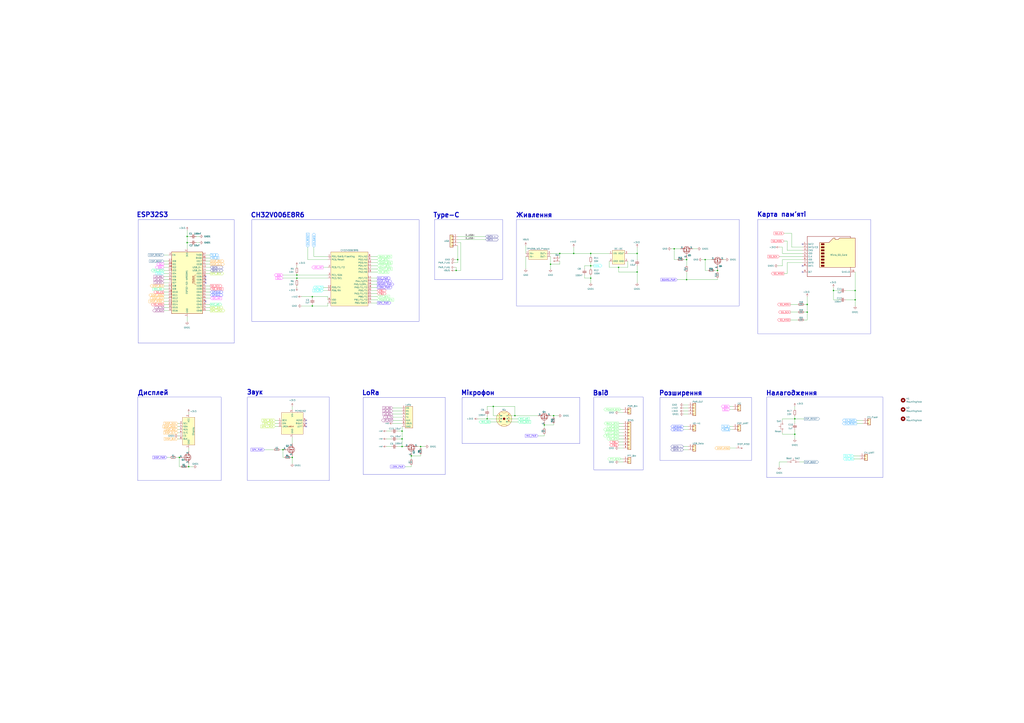
<source format=kicad_sch>
(kicad_sch (version 20231120) (generator "eeschema") (generator_version "8.0")
  (paper "A1")
  (junction (at 153.67 194.31))
  (junction (at 485.14 218.44))
  (junction (at 702.31 246.38))
  (junction (at 374.65 222.25))
  (junction (at 523.24 223.52))
  (junction (at 485.14 228.6))
  (junction (at 153.67 199.39))
  (junction (at 652.78 356.87))
  (junction (at 337.82 374.65))
  (junction (at 589.28 222.25))
  (junction (at 232.41 369.57))
  (junction (at 256.54 243.84))
  (junction (at 330.2 360.68))
  (junction (at 662.94 256.54))
  (junction (at 684.53 238.76))
  (junction (at 375.92 213.36))
  (junction (at 662.94 250.19))
  (junction (at 154.94 383.54))
  (junction (at 447.04 349.25))
  (junction (at 563.88 213.36))
  (junction (at 459.74 208.28))
  (junction (at 330.2 354.33))
  (junction (at 243.84 228.6))
  (junction (at 400.05 344.17))
  (junction (at 243.84 226.06))
  (junction (at 523.24 208.28))
  (junction (at 330.2 367.03))
  (junction (at 553.72 204.47))
  (junction (at 579.12 213.36))
  (junction (at 147.32 375.92))
  (junction (at 452.12 217.17))
  (junction (at 256.54 251.46))
  (junction (at 485.14 208.28))
  (junction (at 508 219.71))
  (junction (at 652.78 344.17))
  (junction (at 454.66 341.63))
  (junction (at 702.31 238.76))
  (junction (at 240.03 375.92))
  (junction (at 422.91 341.63))
  (junction (at 471.17 208.28))
  (junction (at 563.88 229.87))
  (junction (at 345.44 367.03))
  (junction (at 405.13 334.01))
  (no_connect (at 251.46 347.98))
  (no_connect (at 251.46 350.52))
  (no_connect (at 168.91 229.87))
  (no_connect (at 251.46 345.44))
  (no_connect (at 168.91 247.65))
  (no_connect (at 659.13 200.66))
  (no_connect (at 659.13 223.52))
  (no_connect (at 168.91 232.41))
  (no_connect (at 659.13 218.44))
  (no_connect (at 168.91 227.33))
  (wire (pts (xy 523.24 208.28) (xy 523.24 213.36)))
  (wire (pts (xy 256.54 251.46) (xy 269.24 251.46)))
  (wire (pts (xy 146.05 347.98) (xy 147.32 347.98)))
  (wire (pts (xy 226.06 345.44) (xy 228.6 345.44)))
  (wire (pts (xy 153.67 199.39) (xy 153.67 204.47)))
  (wire (pts (xy 240.03 334.01) (xy 240.03 336.55)))
  (wire (pts (xy 454.66 349.25) (xy 454.66 347.98)))
  (wire (pts (xy 508 223.52) (xy 523.24 223.52)))
  (wire (pts (xy 330.2 367.03) (xy 332.74 367.03)))
  (wire (pts (xy 652.78 341.63) (xy 652.78 344.17)))
  (wire (pts (xy 652.78 353.06) (xy 652.78 356.87)))
  (wire (pts (xy 252.73 203.2) (xy 252.73 213.36)))
  (wire (pts (xy 480.06 220.98) (xy 480.06 218.44)))
  (wire (pts (xy 168.91 237.49) (xy 172.72 237.49)))
  (wire (pts (xy 515.62 214.63) (xy 515.62 219.71)))
  (wire (pts (xy 703.58 347.98) (xy 708.66 347.98)))
  (wire (pts (xy 642.62 208.28) (xy 659.13 208.28)))
  (wire (pts (xy 471.17 208.28) (xy 485.14 208.28)))
  (wire (pts (xy 655.32 262.89) (xy 648.97 262.89)))
  (wire (pts (xy 553.72 204.47) (xy 558.8 204.47)))
  (wire (pts (xy 459.74 214.63) (xy 459.74 217.17)))
  (wire (pts (xy 326.39 354.33) (xy 330.2 354.33)))
  (wire (pts (xy 422.91 341.63) (xy 441.96 341.63)))
  (wire (pts (xy 400.05 334.01) (xy 405.13 334.01)))
  (wire (pts (xy 642.62 203.2) (xy 640.08 203.2)))
  (wire (pts (xy 568.96 204.47) (xy 572.77 204.47)))
  (wire (pts (xy 642.62 344.17) (xy 652.78 344.17)))
  (wire (pts (xy 638.81 218.44) (xy 642.62 218.44)))
  (wire (pts (xy 168.91 217.17) (xy 172.72 217.17)))
  (wire (pts (xy 500.38 219.71) (xy 508 219.71)))
  (wire (pts (xy 147.32 383.54) (xy 148.59 383.54)))
  (wire (pts (xy 551.18 204.47) (xy 553.72 204.47)))
  (wire (pts (xy 508 347.98) (xy 511.81 347.98)))
  (wire (pts (xy 232.41 226.06) (xy 243.84 226.06)))
  (wire (pts (xy 485.14 215.9) (xy 485.14 218.44)))
  (wire (pts (xy 322.58 342.9) (xy 330.2 342.9)))
  (wire (pts (xy 154.94 368.3) (xy 154.94 370.84)))
  (wire (pts (xy 405.13 341.63) (xy 410.21 341.63)))
  (wire (pts (xy 487.68 218.44) (xy 485.14 218.44)))
  (wire (pts (xy 322.58 335.28) (xy 330.2 335.28)))
  (wire (pts (xy 694.69 246.38) (xy 702.31 246.38)))
  (wire (pts (xy 304.8 248.92) (xy 309.88 248.92)))
  (wire (pts (xy 702.31 251.46) (xy 702.31 246.38)))
  (wire (pts (xy 373.38 213.36) (xy 375.92 213.36)))
  (wire (pts (xy 452.12 341.63) (xy 454.66 341.63)))
  (wire (pts (xy 703.58 345.44) (xy 708.66 345.44)))
  (wire (pts (xy 322.58 340.36) (xy 330.2 340.36)))
  (wire (pts (xy 147.32 355.6) (xy 146.05 355.6)))
  (wire (pts (xy 579.12 213.36) (xy 584.2 213.36)))
  (wire (pts (xy 646.43 224.79) (xy 646.43 215.9)))
  (wire (pts (xy 317.5 360.68) (xy 321.31 360.68)))
  (wire (pts (xy 652.78 334.01) (xy 652.78 336.55)))
  (wire (pts (xy 326.39 367.03) (xy 330.2 367.03)))
  (wire (pts (xy 652.78 360.68) (xy 652.78 356.87)))
  (wire (pts (xy 417.83 346.71) (xy 425.45 346.71)))
  (wire (pts (xy 337.82 383.54) (xy 337.82 382.27)))
  (wire (pts (xy 226.06 350.52) (xy 228.6 350.52)))
  (wire (pts (xy 563.88 212.09) (xy 563.88 213.36)))
  (wire (pts (xy 508 358.14) (xy 511.81 358.14)))
  (wire (pts (xy 375.92 194.31) (xy 398.78 194.31)))
  (wire (pts (xy 256.54 250.19) (xy 256.54 251.46)))
  (wire (pts (xy 400.05 334.01) (xy 400.05 336.55)))
  (wire (pts (xy 269.24 243.84) (xy 269.24 246.38)))
  (wire (pts (xy 134.62 219.71) (xy 138.43 219.71)))
  (wire (pts (xy 375.92 213.36) (xy 375.92 215.9)))
  (wire (pts (xy 459.74 217.17) (xy 452.12 217.17)))
  (wire (pts (xy 417.83 344.17) (xy 425.45 344.17)))
  (wire (pts (xy 243.84 226.06) (xy 269.24 226.06)))
  (wire (pts (xy 459.74 208.28) (xy 459.74 212.09)))
  (wire (pts (xy 508 219.71) (xy 508 223.52)))
  (wire (pts (xy 485.14 218.44) (xy 485.14 220.98)))
  (wire (pts (xy 378.46 199.39) (xy 375.92 199.39)))
  (wire (pts (xy 599.44 368.3) (xy 604.52 368.3)))
  (wire (pts (xy 561.34 335.28) (xy 565.15 335.28)))
  (wire (pts (xy 563.88 213.36) (xy 563.88 218.44)))
  (wire (pts (xy 405.13 334.01) (xy 422.91 334.01)))
  (wire (pts (xy 563.88 223.52) (xy 563.88 229.87)))
  (wire (pts (xy 646.43 198.12) (xy 646.43 205.74)))
  (wire (pts (xy 134.62 242.57) (xy 138.43 242.57)))
  (wire (pts (xy 523.24 218.44) (xy 523.24 223.52)))
  (wire (pts (xy 500.38 214.63) (xy 500.38 219.71)))
  (wire (pts (xy 168.91 219.71) (xy 172.72 219.71)))
  (wire (pts (xy 447.04 351.79) (xy 447.04 349.25)))
  (wire (pts (xy 332.74 383.54) (xy 337.82 383.54)))
  (wire (pts (xy 452.12 208.28) (xy 459.74 208.28)))
  (wire (pts (xy 642.62 355.6) (xy 642.62 356.87)))
  (wire (pts (xy 561.34 337.82) (xy 565.15 337.82)))
  (wire (pts (xy 599.44 353.06) (xy 601.98 353.06)))
  (wire (pts (xy 561.34 353.06) (xy 565.15 353.06)))
  (wire (pts (xy 345.44 367.03) (xy 345.44 368.3)))
  (wire (pts (xy 662.94 250.19) (xy 660.4 250.19)))
  (wire (pts (xy 240.03 359.41) (xy 240.03 364.49)))
  (wire (pts (xy 480.06 228.6) (xy 485.14 228.6)))
  (wire (pts (xy 662.94 243.84) (xy 662.94 250.19)))
  (wire (pts (xy 147.32 350.52) (xy 146.05 350.52)))
  (wire (pts (xy 153.67 189.23) (xy 153.67 194.31)))
  (wire (pts (xy 217.17 369.57) (xy 224.79 369.57)))
  (wire (pts (xy 232.41 228.6) (xy 243.84 228.6)))
  (wire (pts (xy 146.05 360.68) (xy 147.32 360.68)))
  (wire (pts (xy 134.62 255.27) (xy 138.43 255.27)))
  (wire (pts (xy 561.34 367.03) (xy 565.15 367.03)))
  (wire (pts (xy 153.67 383.54) (xy 154.94 383.54)))
  (wire (pts (xy 257.81 210.82) (xy 269.24 210.82)))
  (wire (pts (xy 561.34 350.52) (xy 565.15 350.52)))
  (wire (pts (xy 452.12 210.82) (xy 452.12 217.17)))
  (wire (pts (xy 134.62 245.11) (xy 138.43 245.11)))
  (wire (pts (xy 134.62 250.19) (xy 138.43 250.19)))
  (wire (pts (xy 480.06 226.06) (xy 480.06 228.6)))
  (wire (pts (xy 656.59 379.73) (xy 660.4 379.73)))
  (wire (pts (xy 694.69 238.76) (xy 702.31 238.76)))
  (wire (pts (xy 317.5 354.33) (xy 321.31 354.33)))
  (wire (pts (xy 640.08 379.73) (xy 646.43 379.73)))
  (wire (pts (xy 330.2 360.68) (xy 330.2 367.03)))
  (wire (pts (xy 589.28 229.87) (xy 589.28 228.6)))
  (wire (pts (xy 232.41 369.57) (xy 232.41 375.92)))
  (wire (pts (xy 240.03 375.92) (xy 240.03 381)))
  (wire (pts (xy 400.05 341.63) (xy 400.05 344.17)))
  (wire (pts (xy 137.16 375.92) (xy 139.7 375.92)))
  (wire (pts (xy 374.65 222.25) (xy 378.46 222.25)))
  (wire (pts (xy 256.54 243.84) (xy 269.24 243.84)))
  (wire (pts (xy 134.62 240.03) (xy 138.43 240.03)))
  (wire (pts (xy 240.03 375.92) (xy 240.03 374.65)))
  (wire (pts (xy 515.62 208.28) (xy 523.24 208.28)))
  (wire (pts (xy 662.94 262.89) (xy 660.4 262.89)))
  (wire (pts (xy 168.91 240.03) (xy 172.72 240.03)))
  (wire (pts (xy 243.84 234.95) (xy 243.84 236.22)))
  (wire (pts (xy 454.66 341.63) (xy 458.47 341.63)))
  (wire (pts (xy 508 350.52) (xy 511.81 350.52)))
  (wire (pts (xy 441.96 358.14) (xy 447.04 358.14)))
  (wire (pts (xy 561.34 369.57) (xy 565.15 369.57)))
  (wire (pts (xy 508 360.68) (xy 511.81 360.68)))
  (wire (pts (xy 330.2 354.33) (xy 330.2 360.68)))
  (wire (pts (xy 508 365.76) (xy 511.81 365.76)))
  (wire (pts (xy 304.8 236.22) (xy 309.88 236.22)))
  (wire (pts (xy 243.84 229.87) (xy 243.84 228.6)))
  (wire (pts (xy 304.8 238.76) (xy 309.88 238.76)))
  (wire (pts (xy 553.72 213.36) (xy 556.26 213.36)))
  (wire (pts (xy 599.44 334.01) (xy 601.98 334.01)))
  (wire (pts (xy 471.17 203.2) (xy 471.17 208.28)))
  (wire (pts (xy 642.62 213.36) (xy 659.13 213.36)))
  (wire (pts (xy 485.14 208.28) (xy 500.38 208.28)))
  (wire (pts (xy 652.78 344.17) (xy 660.4 344.17)))
  (wire (pts (xy 643.89 191.77) (xy 650.24 191.77)))
  (wire (pts (xy 701.04 377.19) (xy 706.12 377.19)))
  (wire (pts (xy 304.8 243.84) (xy 309.88 243.84)))
  (wire (pts (xy 304.8 241.3) (xy 309.88 241.3)))
  (wire (pts (xy 144.78 375.92) (xy 147.32 375.92)))
  (wire (pts (xy 322.58 337.82) (xy 330.2 337.82)))
  (wire (pts (xy 345.44 374.65) (xy 345.44 373.38)))
  (wire (pts (xy 168.91 242.57) (xy 172.72 242.57)))
  (wire (pts (xy 485.14 208.28) (xy 485.14 210.82)))
  (wire (pts (xy 553.72 204.47) (xy 553.72 213.36)))
  (wire (pts (xy 509.27 377.19) (xy 511.81 377.19)))
  (wire (pts (xy 326.39 360.68) (xy 330.2 360.68)))
  (wire (pts (xy 594.36 213.36) (xy 595.63 213.36)))
  (wire (pts (xy 304.8 246.38) (xy 309.88 246.38)))
  (wire (pts (xy 485.14 226.06) (xy 485.14 228.6)))
  (wire (pts (xy 337.82 377.19) (xy 337.82 374.65)))
  (wire (pts (xy 586.74 222.25) (xy 589.28 222.25)))
  (wire (pts (xy 642.62 218.44) (xy 642.62 213.36)))
  (wire (pts (xy 374.65 219.71) (xy 374.65 222.25)))
  (wire (pts (xy 515.62 219.71) (xy 508 219.71)))
  (wire (pts (xy 417.83 341.63) (xy 422.91 341.63)))
  (wire (pts (xy 304.8 213.36) (xy 309.88 213.36)))
  (wire (pts (xy 579.12 222.25) (xy 581.66 222.25)))
  (wire (pts (xy 646.43 205.74) (xy 659.13 205.74)))
  (wire (pts (xy 701.04 374.65) (xy 706.12 374.65)))
  (wire (pts (xy 256.54 243.84) (xy 256.54 245.11)))
  (wire (pts (xy 646.43 215.9) (xy 659.13 215.9)))
  (wire (pts (xy 304.8 223.52) (xy 309.88 223.52)))
  (wire (pts (xy 153.67 194.31) (xy 153.67 199.39)))
  (wire (pts (xy 375.92 201.93) (xy 375.92 213.36)))
  (wire (pts (xy 702.31 246.38) (xy 702.31 238.76)))
  (wire (pts (xy 168.91 245.11) (xy 172.72 245.11)))
  (wire (pts (xy 168.91 250.19) (xy 172.72 250.19)))
  (wire (pts (xy 265.43 236.22) (xy 269.24 236.22)))
  (wire (pts (xy 168.91 255.27) (xy 172.72 255.27)))
  (wire (pts (xy 655.32 250.19) (xy 648.97 250.19)))
  (wire (pts (xy 662.94 250.19) (xy 662.94 256.54)))
  (wire (pts (xy 642.62 203.2) (xy 642.62 208.28)))
  (wire (pts (xy 304.8 215.9) (xy 309.88 215.9)))
  (wire (pts (xy 134.62 214.63) (xy 138.43 214.63)))
  (wire (pts (xy 134.62 247.65) (xy 138.43 247.65)))
  (wire (pts (xy 523.24 223.52) (xy 523.24 232.41)))
  (wire (pts (xy 168.91 224.79) (xy 172.72 224.79)))
  (wire (pts (xy 168.91 234.95) (xy 172.72 234.95)))
  (wire (pts (xy 147.32 375.92) (xy 147.32 383.54)))
  (wire (pts (xy 642.62 345.44) (xy 642.62 344.17)))
  (wire (pts (xy 459.74 208.28) (xy 471.17 208.28)))
  (wire (pts (xy 509.27 336.55) (xy 511.81 336.55)))
  (wire (pts (xy 168.91 252.73) (xy 172.72 252.73)))
  (wire (pts (xy 684.53 236.22) (xy 684.53 238.76)))
  (wire (pts (xy 304.8 220.98) (xy 309.88 220.98)))
  (wire (pts (xy 589.28 222.25) (xy 589.28 223.52)))
  (wire (pts (xy 640.08 379.73) (xy 640.08 383.54)))
  (wire (pts (xy 643.89 198.12) (xy 646.43 198.12)))
  (wire (pts (xy 485.14 228.6) (xy 485.14 232.41)))
  (wire (pts (xy 134.62 229.87) (xy 138.43 229.87)))
  (wire (pts (xy 454.66 341.63) (xy 454.66 342.9)))
  (wire (pts (xy 422.91 334.01) (xy 422.91 341.63)))
  (wire (pts (xy 508 339.09) (xy 511.81 339.09)))
  (wire (pts (xy 378.46 199.39) (xy 378.46 222.25)))
  (wire (pts (xy 304.8 210.82) (xy 309.88 210.82)))
  (wire (pts (xy 662.94 262.89) (xy 662.94 256.54)))
  (wire (pts (xy 322.58 347.98) (xy 330.2 347.98)))
  (wire (pts (xy 373.38 215.9) (xy 375.92 215.9)))
  (wire (pts (xy 134.62 224.79) (xy 138.43 224.79)))
  (wire (pts (xy 579.12 213.36) (xy 579.12 222.25)))
  (wire (pts (xy 523.24 203.2) (xy 523.24 208.28)))
  (wire (pts (xy 161.29 199.39) (xy 163.83 199.39)))
  (wire (pts (xy 168.91 209.55) (xy 172.72 209.55)))
  (wire (pts (xy 561.34 213.36) (xy 563.88 213.36)))
  (wire (pts (xy 375.92 196.85) (xy 398.78 196.85)))
  (wire (pts (xy 650.24 203.2) (xy 659.13 203.2)))
  (wire (pts (xy 561.34 332.74) (xy 565.15 332.74)))
  (wire (pts (xy 508 355.6) (xy 511.81 355.6)))
  (wire (pts (xy 134.62 222.25) (xy 138.43 222.25)))
  (wire (pts (xy 655.32 256.54) (xy 648.97 256.54)))
  (wire (pts (xy 561.34 340.36) (xy 565.15 340.36)))
  (wire (pts (xy 243.84 224.79) (xy 243.84 226.06)))
  (wire (pts (xy 226.06 347.98) (xy 228.6 347.98)))
  (wire (pts (xy 265.43 238.76) (xy 269.24 238.76)))
  (wire (pts (xy 243.84 228.6) (xy 269.24 228.6)))
  (wire (pts (xy 508 368.3) (xy 511.81 368.3)))
  (wire (pts (xy 599.44 350.52) (xy 601.98 350.52)))
  (wire (pts (xy 238.76 375.92) (xy 240.03 375.92)))
  (wire (pts (xy 431.8 210.82) (xy 431.8 220.98)))
  (wire (pts (xy 373.38 219.71) (xy 374.65 219.71)))
  (wire (pts (xy 342.9 367.03) (xy 345.44 367.03)))
  (wire (pts (xy 134.62 234.95) (xy 138.43 234.95)))
  (wire (pts (xy 576.58 213.36) (xy 579.12 213.36)))
  (wire (pts (xy 168.91 222.25) (xy 172.72 222.25)))
  (wire (pts (xy 392.43 344.17) (xy 400.05 344.17)))
  (wire (pts (xy 232.41 375.92) (xy 233.68 375.92)))
  (wire (pts (xy 317.5 367.03) (xy 321.31 367.03)))
  (wire (pts (xy 168.91 214.63) (xy 172.72 214.63)))
  (wire (pts (xy 252.73 213.36) (xy 269.24 213.36)))
  (wire (pts (xy 480.06 218.44) (xy 485.14 218.44)))
  (wire (pts (xy 642.62 356.87) (xy 652.78 356.87)))
  (wire (pts (xy 304.8 218.44) (xy 309.88 218.44)))
  (wire (pts (xy 563.88 229.87) (xy 589.28 229.87)))
  (wire (pts (xy 650.24 191.77) (xy 650.24 203.2)))
  (wire (pts (xy 330.2 350.52) (xy 330.2 354.33)))
  (wire (pts (xy 134.62 252.73) (xy 138.43 252.73)))
  (wire (pts (xy 304.8 233.68) (xy 309.88 233.68)))
  (wire (pts (xy 146.05 358.14) (xy 147.32 358.14)))
  (wire (pts (xy 156.21 199.39) (xy 153.67 199.39)))
  (wire (pts (xy 452.12 217.17) (xy 452.12 220.98)))
  (wire (pts (xy 508 353.06) (xy 511.81 353.06)))
  (wire (pts (xy 168.91 212.09) (xy 172.72 212.09)))
  (wire (pts (xy 154.94 383.54) (xy 158.75 383.54)))
  (wire (pts (xy 134.62 217.17) (xy 138.43 217.17)))
  (wire (pts (xy 153.67 194.31) (xy 156.21 194.31)))
  (wire (pts (xy 640.08 210.82) (xy 659.13 210.82)))
  (wire (pts (xy 154.94 381) (xy 154.94 383.54)))
  (wire (pts (xy 243.84 218.44) (xy 243.84 219.71)))
  (wire (pts (xy 265.43 219.71) (xy 269.24 219.71)))
  (wire (pts (xy 508 363.22) (xy 511.81 363.22)))
  (wire (pts (xy 134.62 237.49) (xy 138.43 237.49)))
  (wire (pts (xy 652.78 344.17) (xy 652.78 347.98)))
  (wire (pts (xy 431.8 201.93) (xy 431.8 208.28)))
  (wire (pts (xy 257.81 203.2) (xy 257.81 210.82)))
  (wire (pts (xy 229.87 369.57) (xy 232.41 369.57)))
  (wire (pts (xy 153.67 260.35) (xy 153.67 264.16)))
  (wire (pts (xy 161.29 194.31) (xy 163.83 194.31)))
  (wire (pts (xy 373.38 222.25) (xy 374.65 222.25)))
  (wire (pts (xy 247.65 243.84) (xy 256.54 243.84)))
  (wire (pts (xy 684.53 246.38) (xy 689.61 246.38)))
  (wire (pts (xy 134.62 227.33) (xy 138.43 227.33)))
  (wire (pts (xy 508 379.73) (xy 511.81 379.73)))
  (wire (pts (xy 247.65 251.46) (xy 256.54 251.46)))
  (wire (pts (xy 402.59 346.71) (xy 410.21 346.71)))
  (wire (pts (xy 322.58 345.44) (xy 330.2 345.44)))
  (wire (pts (xy 447.04 358.14) (xy 447.04 356.87)))
  (wire (pts (xy 684.53 238.76) (xy 689.61 238.76)))
  (wire (pts (xy 304.8 228.6) (xy 309.88 228.6)))
  (wire (pts (xy 589.28 220.98) (xy 589.28 222.25)))
  (wire (pts (xy 643.89 224.79) (xy 646.43 224.79)))
  (wire (pts (xy 702.31 223.52) (xy 702.31 238.76)))
  (wire (pts (xy 345.44 367.03) (xy 349.25 367.03)))
  (wire (pts (xy 138.43 209.55) (xy 134.62 209.55)))
  (wire (pts (xy 337.82 374.65) (xy 345.44 374.65)))
  (wire (pts (xy 599.44 336.55) (xy 601.98 336.55)))
  (wire (pts (xy 146.05 353.06) (xy 147.32 353.06)))
  (wire (pts (xy 405.13 334.01) (xy 405.13 341.63)))
  (wire (pts (xy 304.8 231.14) (xy 309.88 231.14)))
  (wire (pts (xy 134.62 232.41) (xy 138.43 232.41)))
  (wire (pts (xy 447.04 349.25) (xy 454.66 349.25)))
  (wire (pts (xy 154.94 339.09) (xy 154.94 340.36)))
  (wire (pts (xy 662.94 256.54) (xy 660.4 256.54)))
  (wire (pts (xy 400.05 344.17) (xy 410.21 344.17)))
  (wire (pts (xy 269.24 251.46) (xy 269.24 248.92)))
  (wire (pts (xy 556.26 229.87) (xy 563.88 229.87)))
  (wire (pts (xy 684.53 246.38) (xy 684.53 238.76)))
  (rectangle (start 113.411 180.594) (end 192.405 281.94))
  (rectangle (start 629.666 326.39) (end 725.17 392.43))
  (rectangle (start 487.68 326.39) (end 528.32 386.08))
  (rectangle (start 542.036 326.644) (end 617.22 378.46))
  (rectangle (start 206.756 180.594) (end 344.17 264.16))
  (rectangle (start 622.3 180.34) (end 715.01 274.32))
  (rectangle (start 379.476 326.644) (end 476.25 364.49))
  (rectangle (start 356.87 180.34) (end 412.75 229.87))
  (rectangle (start 113.03 326.39) (end 181.61 394.97))
  (rectangle (start 203.2 326.39) (end 270.51 394.97))
  (rectangle (start 424.18 180.34) (end 607.06 251.46))
  (rectangle (start 298.196 326.644) (end 365.76 389.89))
  (text "Розширення" (at 541.02 325.374 0) (effects (font (size 3.81 3.81) (thickness 0.762) (bold yes)) (justify left bottom)))
  (text "Карта пам'яті" (at 621.538 178.562 0) (effects (font (size 3.81 3.81) (thickness 0.762) (bold yes)) (justify left bottom)))
  (text "Налагодження" (at 628.904 325.374 0) (effects (font (size 3.81 3.81) (thickness 0.762) (bold yes)) (justify left bottom)))
  (text "Дисплей" (at 112.776 325.12 0) (effects (font (size 3.81 3.81) (thickness 0.762) (bold yes)) (justify left bottom)))
  (text "CH32V006E8R6" (at 205.74 179.07 0) (effects (font (size 3.81 3.81) (thickness 0.762) (bold yes)) (justify left bottom)))
  (text "Живлення" (at 423.418 179.07 0) (effects (font (size 3.81 3.81) (thickness 0.762) (bold yes)) (justify left bottom)))
  (text "Звук" (at 202.438 324.612 0) (effects (font (size 3.81 3.81) (thickness 0.762) (bold yes)) (justify left bottom)))
  (text "Type-C" (at 355.6 179.07 0) (effects (font (size 3.81 3.81) (thickness 0.762) (bold yes)) (justify left bottom)))
  (text "ESP32S3" (at 112.014 178.816 0) (effects (font (size 3.81 3.81) (thickness 0.762) (bold yes)) (justify left bottom)))
  (text "Ввід" (at 486.664 325.374 0) (effects (font (size 3.81 3.81) (thickness 0.762) (bold yes)) (justify left bottom)))
  (text "LoRa" (at 297.18 325.12 0) (effects (font (size 3.81 3.81) (thickness 0.762) (bold yes)) (justify left bottom)))
  (text "Мікрофон" (at 378.46 325.12 0) (effects (font (size 3.81 3.81) (thickness 0.762) (bold yes)) (justify left bottom)))
  (label "D_USB-" (at 382.27 196.85 0))
  (label "D_USB+" (at 382.27 194.31 0))
  (global_label "POWER_BTN" (shape output) (at 509.27 336.55 180) (property "Intersheetrefs" "${INTERSHEET_REFS}" (effects (hide yes))))
  (global_label "DATA +" (shape bidirectional) (at 172.72 222.25 0) (property "Intersheetrefs" "${INTERSHEET_REFS}" (effects (hide yes))))
  (global_label "RIGHT_BTN" (shape input) (at 309.88 220.98 0) (property "Intersheetrefs" "${INTERSHEET_REFS}" (effects (hide yes))))
  (global_label "DISP_MOSI" (shape input) (at 146.05 350.52 180) (property "Intersheetrefs" "${INTERSHEET_REFS}" (effects (hide yes))))
  (global_label "DATA +" (shape bidirectional) (at 398.78 194.31 0) (property "Intersheetrefs" "${INTERSHEET_REFS}" (effects (hide yes))))
  (global_label "CH_RESET" (shape input) (at 252.73 203.2 90) (property "Intersheetrefs" "${INTERSHEET_REFS}" (effects (hide yes))))
  (global_label "BACK_BTN" (shape output) (at 508 347.98 180) (property "Intersheetrefs" "${INTERSHEET_REFS}" (effects (hide yes))))
  (global_label "DISP_PWR" (shape output) (at 309.88 231.14 0) (property "Intersheetrefs" "${INTERSHEET_REFS}" (effects (hide yes))))
  (global_label "RX_0" (shape output) (at 599.44 353.06 180) (property "Intersheetrefs" "${INTERSHEET_REFS}" (effects (hide yes))))
  (global_label "GPIO41" (shape bidirectional) (at 172.72 242.57 0) (property "Intersheetrefs" "${INTERSHEET_REFS}" (effects (hide yes))))
  (global_label "SDA" (shape bidirectional) (at 134.62 219.71 180) (property "Intersheetrefs" "${INTERSHEET_REFS}" (effects (hide yes))))
  (global_label "CH_RX" (shape input) (at 265.43 238.76 180) (property "Intersheetrefs" "${INTERSHEET_REFS}" (effects (hide yes))))
  (global_label "ESP_BOOT" (shape input) (at 134.62 214.63 180) (property "Intersheetrefs" "${INTERSHEET_REFS}" (effects (hide yes))))
  (global_label "MIC_SD" (shape input) (at 134.62 237.49 180) (property "Intersheetrefs" "${INTERSHEET_REFS}" (effects (hide yes))))
  (global_label "I2C_INT" (shape output) (at 265.43 219.71 180) (property "Intersheetrefs" "${INTERSHEET_REFS}" (effects (hide yes))))
  (global_label "DOWN_BTN" (shape input) (at 309.88 215.9 0) (property "Intersheetrefs" "${INTERSHEET_REFS}" (effects (hide yes))))
  (global_label "SPK_PWR" (shape input) (at 217.17 369.57 180) (property "Intersheetrefs" "${INTERSHEET_REFS}" (effects (hide yes))))
  (global_label "LORA_PWR" (shape output) (at 309.88 236.22 0) (property "Intersheetrefs" "${INTERSHEET_REFS}" (effects (hide yes))))
  (global_label "ESP_RESET" (shape input) (at 134.62 209.55 180) (property "Intersheetrefs" "${INTERSHEET_REFS}" (effects (hide yes))))
  (global_label "LORA_PWR" (shape input) (at 332.74 383.54 180) (property "Intersheetrefs" "${INTERSHEET_REFS}" (effects (hide yes))))
  (global_label "SD_MISO" (shape input) (at 172.72 237.49 0) (property "Intersheetrefs" "${INTERSHEET_REFS}" (effects (hide yes))))
  (global_label "SPK_BCK" (shape input) (at 226.06 345.44 180) (property "Intersheetrefs" "${INTERSHEET_REFS}" (effects (hide yes))))
  (global_label "RIGHT_BTN" (shape output) (at 508 358.14 180) (property "Intersheetrefs" "${INTERSHEET_REFS}" (effects (hide yes))))
  (global_label "PB3" (shape bidirectional) (at 508 365.76 180) (property "Intersheetrefs" "${INTERSHEET_REFS}" (effects (hide yes))))
  (global_label "DISP_BLK" (shape output) (at 134.62 234.95 180) (property "Intersheetrefs" "${INTERSHEET_REFS}" (effects (hide yes))))
  (global_label "OK_BTN" (shape output) (at 508 360.68 180) (property "Intersheetrefs" "${INTERSHEET_REFS}" (effects (hide yes))))
  (global_label "SPK_BCK" (shape output) (at 172.72 224.79 0) (property "Intersheetrefs" "${INTERSHEET_REFS}" (effects (hide yes))))
  (global_label "MIC_PWR" (shape output) (at 309.88 228.6 0) (property "Intersheetrefs" "${INTERSHEET_REFS}" (effects (hide yes))))
  (global_label "MIC_SCK" (shape output) (at 134.62 222.25 180) (property "Intersheetrefs" "${INTERSHEET_REFS}" (effects (hide yes))))
  (global_label "POWER_BTN" (shape input) (at 309.88 246.38 0) (property "Intersheetrefs" "${INTERSHEET_REFS}" (effects (hide yes))))
  (global_label "PB3" (shape bidirectional) (at 309.88 241.3 0) (property "Intersheetrefs" "${INTERSHEET_REFS}" (effects (hide yes))))
  (global_label "SPK_DIN" (shape input) (at 226.06 347.98 180) (property "Intersheetrefs" "${INTERSHEET_REFS}" (effects (hide yes))))
  (global_label "LR_TX" (shape output) (at 322.58 342.9 180) (property "Intersheetrefs" "${INTERSHEET_REFS}" (effects (hide yes))))
  (global_label "LR_M0" (shape input) (at 322.58 335.28 180) (property "Intersheetrefs" "${INTERSHEET_REFS}" (effects (hide yes))))
  (global_label "SPK_LRCK" (shape output) (at 172.72 255.27 0) (property "Intersheetrefs" "${INTERSHEET_REFS}" (effects (hide yes))))
  (global_label "LEFT_BTN" (shape input) (at 309.88 218.44 0) (property "Intersheetrefs" "${INTERSHEET_REFS}" (effects (hide yes))))
  (global_label "SCL" (shape input) (at 599.44 336.55 180) (property "Intersheetrefs" "${INTERSHEET_REFS}" (effects (hide yes))))
  (global_label "SD_MOSI" (shape input) (at 643.89 198.12 180) (property "Intersheetrefs" "${INTERSHEET_REFS}" (effects (hide yes))))
  (global_label "SPK_PWR" (shape output) (at 309.88 248.92 0) (property "Intersheetrefs" "${INTERSHEET_REFS}" (effects (hide yes))))
  (global_label "CH_SWIO" (shape bidirectional) (at 703.58 345.44 180) (property "Intersheetrefs" "${INTERSHEET_REFS}" (effects (hide yes))))
  (global_label "BOARD_PWR" (shape input) (at 556.26 229.87 180) (property "Intersheetrefs" "${INTERSHEET_REFS}" (effects (hide yes))))
  (global_label "CH_TX" (shape input) (at 701.04 374.65 180) (property "Intersheetrefs" "${INTERSHEET_REFS}" (effects (hide yes))))
  (global_label "PB1" (shape bidirectional) (at 309.88 238.76 0) (property "Intersheetrefs" "${INTERSHEET_REFS}" (effects (hide yes))))
  (global_label "SD_CS" (shape output) (at 134.62 240.03 180) (property "Intersheetrefs" "${INTERSHEET_REFS}" (effects (hide yes))))
  (global_label "TX_0" (shape output) (at 172.72 209.55 0) (property "Intersheetrefs" "${INTERSHEET_REFS}" (effects (hide yes))))
  (global_label "SPK_LRCK" (shape input) (at 226.06 350.52 180) (property "Intersheetrefs" "${INTERSHEET_REFS}" (effects (hide yes))))
  (global_label "TX_0" (shape input) (at 599.44 350.52 180) (property "Intersheetrefs" "${INTERSHEET_REFS}" (effects (hide yes))))
  (global_label "LR_M1" (shape input) (at 322.58 337.82 180) (property "Intersheetrefs" "${INTERSHEET_REFS}" (effects (hide yes))))
  (global_label "SPK_DIN" (shape output) (at 172.72 252.73 0) (property "Intersheetrefs" "${INTERSHEET_REFS}" (effects (hide yes))))
  (global_label "OK_BTN" (shape input) (at 309.88 223.52 0) (property "Intersheetrefs" "${INTERSHEET_REFS}" (effects (hide yes))))
  (global_label "DATA -" (shape bidirectional) (at 172.72 219.71 0) (property "Intersheetrefs" "${INTERSHEET_REFS}" (effects (hide yes))))
  (global_label "LR_TX" (shape output) (at 134.62 252.73 180) (property "Intersheetrefs" "${INTERSHEET_REFS}" (effects (hide yes))))
  (global_label "SD_MISO" (shape output) (at 648.97 262.89 180) (property "Intersheetrefs" "${INTERSHEET_REFS}" (effects (hide yes))))
  (global_label "DATA -" (shape bidirectional) (at 398.78 196.85 0) (property "Intersheetrefs" "${INTERSHEET_REFS}" (effects (hide yes))))
  (global_label "LR_M0" (shape input) (at 134.62 227.33 180) (property "Intersheetrefs" "${INTERSHEET_REFS}" (effects (hide yes))))
  (global_label "DATA -" (shape bidirectional) (at 561.34 367.03 180) (property "Intersheetrefs" "${INTERSHEET_REFS}" (effects (hide yes))))
  (global_label "DISP_SCK" (shape output) (at 134.62 245.11 180) (property "Intersheetrefs" "${INTERSHEET_REFS}" (effects (hide yes))))
  (global_label "SDA" (shape bidirectional) (at 232.41 226.06 180) (property "Intersheetrefs" "${INTERSHEET_REFS}" (effects (hide yes))))
  (global_label "LR_RX" (shape input) (at 134.62 232.41 180) (property "Intersheetrefs" "${INTERSHEET_REFS}" (effects (hide yes))))
  (global_label "DISP_PWR" (shape input) (at 137.16 375.92 180) (property "Intersheetrefs" "${INTERSHEET_REFS}" (effects (hide yes))))
  (global_label "SD_SCK" (shape output) (at 648.97 256.54 180) (property "Intersheetrefs" "${INTERSHEET_REFS}" (effects (hide yes))))
  (global_label "PB1" (shape bidirectional) (at 508 363.22 180) (property "Intersheetrefs" "${INTERSHEET_REFS}" (effects (hide yes))))
  (global_label "GPIO40" (shape bidirectional) (at 172.72 240.03 0) (property "Intersheetrefs" "${INTERSHEET_REFS}" (effects (hide yes))))
  (global_label "BACK_BTN" (shape input) (at 309.88 210.82 0) (property "Intersheetrefs" "${INTERSHEET_REFS}" (effects (hide yes))))
  (global_label "SD_SCK" (shape output) (at 172.72 234.95 0) (property "Intersheetrefs" "${INTERSHEET_REFS}" (effects (hide yes))))
  (global_label "SD_MISO" (shape output) (at 643.89 224.79 180) (property "Intersheetrefs" "${INTERSHEET_REFS}" (effects (hide yes))))
  (global_label "DISP_MOSI" (shape output) (at 134.62 242.57 180) (property "Intersheetrefs" "${INTERSHEET_REFS}" (effects (hide yes))))
  (global_label "DISP_MISO" (shape output) (at 599.44 368.3 180) (property "Intersheetrefs" "${INTERSHEET_REFS}" (effects (hide yes))))
  (global_label "LR_RX" (shape input) (at 322.58 340.36 180) (property "Intersheetrefs" "${INTERSHEET_REFS}" (effects (hide yes))))
  (global_label "PTT_BTN" (shape input) (at 309.88 243.84 0) (property "Intersheetrefs" "${INTERSHEET_REFS}" (effects (hide yes))))
  (global_label "MIC_WS" (shape input) (at 425.45 344.17 0) (property "Intersheetrefs" "${INTERSHEET_REFS}" (effects (hide yes))))
  (global_label "CH_RESET" (shape output) (at 703.58 347.98 180) (property "Intersheetrefs" "${INTERSHEET_REFS}" (effects (hide yes))))
  (global_label "LR_AUX" (shape output) (at 134.62 255.27 180) (property "Intersheetrefs" "${INTERSHEET_REFS}" (effects (hide yes))))
  (global_label "CH_TX" (shape output) (at 265.43 236.22 180) (property "Intersheetrefs" "${INTERSHEET_REFS}" (effects (hide yes))))
  (global_label "SDA" (shape bidirectional) (at 599.44 334.01 180) (property "Intersheetrefs" "${INTERSHEET_REFS}" (effects (hide yes))))
  (global_label "RX_0" (shape input) (at 172.72 212.09 0) (property "Intersheetrefs" "${INTERSHEET_REFS}" (effects (hide yes))))
  (global_label "UP_BTN" (shape output) (at 508 350.52 180) (property "Intersheetrefs" "${INTERSHEET_REFS}" (effects (hide yes))))
  (global_label "CH_RX" (shape output) (at 701.04 377.19 180) (property "Intersheetrefs" "${INTERSHEET_REFS}" (effects (hide yes))))
  (global_label "SCL" (shape output) (at 134.62 217.17 180) (property "Intersheetrefs" "${INTERSHEET_REFS}" (effects (hide yes))))
  (global_label "ESP_BOOT" (shape output) (at 660.4 379.73 0) (property "Intersheetrefs" "${INTERSHEET_REFS}" (effects (hide yes))))
  (global_label "MIC_PWR" (shape input) (at 441.96 358.14 180) (property "Intersheetrefs" "${INTERSHEET_REFS}" (effects (hide yes))))
  (global_label "SD_CS" (shape input) (at 643.89 191.77 180) (property "Intersheetrefs" "${INTERSHEET_REFS}" (effects (hide yes))))
  (global_label "PTT_BTN" (shape output) (at 509.27 377.19 180) (property "Intersheetrefs" "${INTERSHEET_REFS}" (effects (hide yes))))
  (global_label "MIC_SCK" (shape input) (at 425.45 346.71 0) (property "Intersheetrefs" "${INTERSHEET_REFS}" (effects (hide yes))))
  (global_label "VVAL" (shape input) (at 134.62 224.79 180) (property "Intersheetrefs" "${INTERSHEET_REFS}" (effects (hide yes))))
  (global_label "DISP_RST" (shape input) (at 146.05 353.06 180) (property "Intersheetrefs" "${INTERSHEET_REFS}" (effects (hide yes))))
  (global_label "DISP_SCK" (shape input) (at 146.05 347.98 180) (property "Intersheetrefs" "${INTERSHEET_REFS}" (effects (hide yes))))
  (global_label "GPIO40" (shape bidirectional) (at 561.34 350.52 180) (property "Intersheetrefs" "${INTERSHEET_REFS}" (effects (hide yes))))
  (global_label "DISP_D{slash}C" (shape input) (at 146.05 355.6 180) (property "Intersheetrefs" "${INTERSHEET_REFS}" (effects (hide yes))))
  (global_label "DATA +" (shape bidirectional) (at 561.34 369.57 180) (property "Intersheetrefs" "${INTERSHEET_REFS}" (effects (hide yes))))
  (global_label "LEFT_BTN" (shape output) (at 508 355.6 180) (property "Intersheetrefs" "${INTERSHEET_REFS}" (effects (hide yes))))
  (global_label "I2C_INT" (shape input) (at 172.72 245.11 0) (property "Intersheetrefs" "${INTERSHEET_REFS}" (effects (hide yes))))
  (global_label "SD_MOSI" (shape output) (at 648.97 250.19 180) (property "Intersheetrefs" "${INTERSHEET_REFS}" (effects (hide yes))))
  (global_label "DOWN_BTN" (shape output) (at 508 353.06 180) (property "Intersheetrefs" "${INTERSHEET_REFS}" (effects (hide yes))))
  (global_label "CH_SWIO" (shape bidirectional) (at 257.81 203.2 90) (property "Intersheetrefs" "${INTERSHEET_REFS}" (effects (hide yes))))
  (global_label "DISP_BLK" (shape input) (at 146.05 360.68 180) (property "Intersheetrefs" "${INTERSHEET_REFS}" (effects (hide yes))))
  (global_label "DISP_RST" (shape output) (at 172.72 214.63 0) (property "Intersheetrefs" "${INTERSHEET_REFS}" (effects (hide yes))))
  (global_label "SD_MOSI" (shape output) (at 134.62 250.19 180) (property "Intersheetrefs" "${INTERSHEET_REFS}" (effects (hide yes))))
  (global_label "DISP_MISO" (shape input) (at 134.62 247.65 180) (property "Intersheetrefs" "${INTERSHEET_REFS}" (effects (hide yes))))
  (global_label "GPIO41" (shape bidirectional) (at 561.34 353.06 180) (property "Intersheetrefs" "${INTERSHEET_REFS}" (effects (hide yes))))
  (global_label "LR_M1" (shape input) (at 134.62 229.87 180) (property "Intersheetrefs" "${INTERSHEET_REFS}" (effects (hide yes))))
  (global_label "LR_AUX" (shape output) (at 322.58 345.44 180) (property "Intersheetrefs" "${INTERSHEET_REFS}" (effects (hide yes))))
  (global_label "UP_BTN" (shape input) (at 309.88 213.36 0) (property "Intersheetrefs" "${INTERSHEET_REFS}" (effects (hide yes))))
  (global_label "MIC_WS" (shape output) (at 172.72 250.19 0) (property "Intersheetrefs" "${INTERSHEET_REFS}" (effects (hide yes))))
  (global_label "BOARD_PWR" (shape output) (at 309.88 233.68 0) (property "Intersheetrefs" "${INTERSHEET_REFS}" (effects (hide yes))))
  (global_label "SD_SCK" (shape input) (at 640.08 210.82 180) (property "Intersheetrefs" "${INTERSHEET_REFS}" (effects (hide yes))))
  (global_label "MIC_SD" (shape output) (at 402.59 346.71 180) (property "Intersheetrefs" "${INTERSHEET_REFS}" (effects (hide yes))))
  (global_label "DISP_D{slash}C" (shape output) (at 172.72 217.17 0) (property "Intersheetrefs" "${INTERSHEET_REFS}" (effects (hide yes))))
  (global_label "ESP_RESET" (shape output) (at 660.4 344.17 0) (property "Intersheetrefs" "${INTERSHEET_REFS}" (effects (hide yes))))
  (global_label "VVAL" (shape output) (at 487.68 218.44 0) (property "Intersheetrefs" "${INTERSHEET_REFS}" (effects (hide yes))))
  (global_label "SCL" (shape input) (at 232.41 228.6 180) (property "Intersheetrefs" "${INTERSHEET_REFS}" (effects (hide yes))))
  (symbol (lib_id "Device:R_Small") (at 485.14 223.52 0) (unit 1)
    (property "Reference" "R12" (at 487.68 222.2499 0) (effects (justify left)))
    (property "Value" "100K" (at 487.68 224.7899 0) (effects (justify left)))
    (property "Footprint" "Resistor_SMD:R_1206_3216Metric_Pad1.30x1.75mm_HandSolder" (effects (hide yes)))
    (property "Description" "Resistor, small symbol" (effects (hide yes)))
  )
  (symbol (lib_id "power:GND") (at 508 368.3 270) (mirror x) (unit 1)
    (property "Reference" "#PWR30" (effects (hide yes)))
    (property "Value" "GND" (at 504.19 368.2999 90) (effects (justify right)))
    (property "Description" "Power symbol creates a global label with name \"GND\" , ground" (effects (hide yes)))
  )
  (symbol (lib_id "Device:R_Small") (at 563.88 220.98 180) (unit 1)
    (property "Reference" "R14" (at 562.356 220.98 90) (effects (font (size 1.016 1.016))))
    (property "Value" "22" (at 563.88 220.98 90) (effects (font (size 1.016 1.016))))
    (property "Footprint" "Resistor_SMD:R_1206_3216Metric_Pad1.30x1.75mm_HandSolder" (effects (hide yes)))
    (property "Description" "Resistor, small symbol" (effects (hide yes)))
  )
  (symbol (lib_id "Connector_Generic:Conn_01x02") (at 516.89 377.19 0) (unit 1)
    (property "Reference" "J6" (effects (hide yes)))
    (property "Value" "PTT_Btn" (at 515.112 374.65 0) (effects (justify left)))
    (property "Footprint" "Connector_PinHeader_2.54mm:PinHeader_1x02_P2.54mm_Vertical" (effects (hide yes)))
    (property "Description" "Generic connector, single row, 01x02, script generated (kicad-library-utils/schlib/autogen/connector/)" (effects (hide yes)))
  )
  (symbol (lib_id "Device:R_Small") (at 657.86 256.54 270) (mirror x) (unit 1)
    (property "Reference" "R19" (at 656.336 254.762 90) (effects (font (size 1.016 1.016)) (justify left)))
    (property "Value" "22K" (at 656.336 256.54 90) (effects (font (size 1.016 1.016)) (justify left)))
    (property "Footprint" "Resistor_SMD:R_1206_3216Metric_Pad1.30x1.75mm_HandSolder" (effects (hide yes)))
    (property "Description" "Resistor, small symbol" (effects (hide yes)))
  )
  (symbol (lib_id "power:+3V3") (at 240.03 334.01 0) (mirror y) (unit 1)
    (property "Reference" "#PWR8" (effects (hide yes)))
    (property "Value" "+3V3" (at 240.03 328.93 0))
    (property "Description" "Power symbol creates a global label with name \"+3V3\"" (effects (hide yes)))
  )
  (symbol (lib_id "power:GND") (at 247.65 251.46 270) (mirror x) (unit 1)
    (property "Reference" "#PWR13" (effects (hide yes)))
    (property "Value" "GND" (at 243.84 251.4599 90) (effects (justify right)))
    (property "Description" "Power symbol creates a global label with name \"GND\" , ground" (effects (hide yes)))
  )
  (symbol (lib_id "Connector_Generic:Conn_01x09") (at 516.89 358.14 0) (unit 1)
    (property "Reference" "J5" (effects (hide yes)))
    (property "Value" "BTNS" (at 515.366 345.44 0) (effects (justify left)))
    (property "Footprint" "Connector_PinHeader_2.54mm:PinHeader_1x09_P2.54mm_Vertical" (effects (hide yes)))
    (property "Description" "Generic connector, single row, 01x09, script generated (kicad-library-utils/schlib/autogen/connector/)" (effects (hide yes)))
  )
  (symbol (lib_id "power:PWR_FLAG") (at 373.38 215.9 90) (unit 1)
    (property "Reference" "#FLG1" (effects (hide yes)))
    (property "Value" "PWR_FLAG" (at 369.57 215.8999 90) (effects (justify left)))
    (property "Description" "Special symbol for telling ERC where power comes from" (effects (hide yes)))
  )
  (symbol (lib_id "power:+3V3") (at 640.08 203.2 90) (mirror x) (unit 1)
    (property "Reference" "#PWR47" (effects (hide yes)))
    (property "Value" "+3V3" (at 634.492 203.2 90))
    (property "Description" "Power symbol creates a global label with name \"+3V3\"" (effects (hide yes)))
  )
  (symbol (lib_id "power:GND") (at 458.47 341.63 90) (mirror x) (unit 1)
    (property "Reference" "#PWR24" (effects (hide yes)))
    (property "Value" "GND1" (at 462.28 341.6299 90) (effects (justify right)))
    (property "Description" "Power symbol creates a global label with name \"GND\" , ground" (effects (hide yes)))
  )
  (symbol (lib_id "Device:R_Small") (at 345.44 370.84 180) (unit 1)
    (property "Reference" "R8" (at 343.916 371.094 90) (effects (font (size 1.016 1.016))))
    (property "Value" "47K" (at 345.44 370.84 90) (effects (font (size 1.016 1.016))))
    (property "Footprint" "Resistor_SMD:R_1206_3216Metric_Pad1.30x1.75mm_HandSolder" (effects (hide yes)))
    (property "Description" "Resistor, small symbol" (effects (hide yes)))
  )
  (symbol (lib_id "power:PWR_FLAG") (at 373.38 219.71 90) (unit 1)
    (property "Reference" "#FLG2" (effects (hide yes)))
    (property "Value" "PWR_FLAG" (at 369.57 219.7099 90) (effects (justify left)))
    (property "Description" "Special symbol for telling ERC where power comes from" (effects (hide yes)))
  )
  (symbol (lib_id "connector:Charge_Controller_TP4056") (at 434.34 205.74 0) (unit 1)
    (property "Reference" "J2" (effects (hide yes)))
    (property "Value" "TP4056_WO_Protect" (at 441.96 204.47 0))
    (property "Footprint" "custom:Charge_Controller_TP4056_WO_Protect" (effects (hide yes)))
  )
  (symbol (lib_id "power:GND") (at 452.12 220.98 0) (mirror y) (unit 1)
    (property "Reference" "#PWR27" (effects (hide yes)))
    (property "Value" "GND" (at 452.12 226.06 0))
    (property "Description" "Power symbol creates a global label with name \"GND\" , ground" (effects (hide yes)))
  )
  (symbol (lib_id "power:+3V3") (at 684.53 236.22 0) (mirror y) (unit 1)
    (property "Reference" "#PWR49" (effects (hide yes)))
    (property "Value" "+3V3" (at 684.022 232.156 0))
    (property "Description" "Power symbol creates a global label with name \"+3V3\"" (effects (hide yes)))
  )
  (symbol (lib_id "power:GND") (at 572.77 204.47 90) (mirror x) (unit 1)
    (property "Reference" "#PWR40" (effects (hide yes)))
    (property "Value" "GND1" (at 576.58 204.4699 90) (effects (justify right)))
    (property "Description" "Power symbol creates a global label with name \"GND\" , ground" (effects (hide yes)))
  )
  (symbol (lib_id "Device:R_Small") (at 558.8 213.36 90) (unit 1)
    (property "Reference" "R13" (at 558.546 211.836 90) (effects (font (size 1.016 1.016))))
    (property "Value" "47K" (at 558.8 213.36 90) (effects (font (size 1.016 1.016))))
    (property "Footprint" "Resistor_SMD:R_1206_3216Metric_Pad1.30x1.75mm_HandSolder" (effects (hide yes)))
    (property "Description" "Resistor, small symbol" (effects (hide yes)))
  )
  (symbol (lib_id "Connector_Generic:Conn_01x02") (at 713.74 345.44 0) (unit 1)
    (property "Reference" "J13" (effects (hide yes)))
    (property "Value" "CH_Flash" (at 712.216 342.9 0) (effects (justify left)))
    (property "Footprint" "Connector_PinHeader_2.54mm:PinHeader_1x02_P2.54mm_Vertical" (effects (hide yes)))
    (property "Description" "Generic connector, single row, 01x02, script generated (kicad-library-utils/schlib/autogen/connector/)" (effects (hide yes)))
  )
  (symbol (lib_id "Device:C_Small") (at 692.15 246.38 270) (unit 1)
    (property "Reference" "C12" (at 687.324 245.11 90) (effects (justify left)))
    (property "Value" "100nF" (at 685.292 247.904 90) (effects (justify left)))
    (property "Footprint" "Capacitor_SMD:C_1206_3216Metric_Pad1.33x1.80mm_HandSolder" (effects (hide yes)))
    (property "Description" "Unpolarized capacitor, small symbol" (effects (hide yes)))
  )
  (symbol (lib_id "power:GND") (at 163.83 199.39 90) (mirror x) (unit 1)
    (property "Reference" "#PWR7" (effects (hide yes)))
    (property "Value" "GND1" (at 167.64 199.3899 90) (effects (justify right)))
    (property "Description" "Power symbol creates a global label with name \"GND\" , ground" (effects (hide yes)))
  )
  (symbol (lib_id "power:+3V3") (at 662.94 243.84 0) (unit 1)
    (property "Reference" "#PWR48" (effects (hide yes)))
    (property "Value" "+3V3" (at 662.178 240.03 0))
    (property "Description" "Power symbol creates a global label with name \"+3V3\"" (effects (hide yes)))
  )
  (symbol (lib_id "Connector_Generic:Conn_01x04") (at 570.23 335.28 0) (unit 1)
    (property "Reference" "J7" (effects (hide yes)))
    (property "Value" "PWR_OUT" (at 568.706 330.2 0) (effects (justify left)))
    (property "Footprint" "Connector_PinHeader_2.54mm:PinHeader_1x04_P2.54mm_Vertical" (effects (hide yes)))
    (property "Description" "Generic connector, single row, 01x04, script generated (kicad-library-utils/schlib/autogen/connector/)" (effects (hide yes)))
  )
  (symbol (lib_id "Simulation_SPICE:NMOS") (at 237.49 369.57 0) (unit 1)
    (property "Reference" "Q2" (at 234.696 366.522 0) (effects (justify left)))
    (property "Value" "A09T" (effects (hide yes)))
    (property "Footprint" "Package_TO_SOT_SMD:SOT-23" (effects (hide yes)))
    (property "Datasheet" "https://ngspice.sourceforge.io/docs/ngspice-html-manual/manual.xhtml#cha_MOSFETs" (effects (hide yes)))
    (property "Description" "N-MOSFET transistor, drain/source/gate" (effects (hide yes)))
    (property "Sim.Device" "NMOS" (effects (hide yes)))
    (property "Sim.Type" "VDMOS" (effects (hide yes)))
    (property "Sim.Pins" "1=G 2=S 3=D" (effects (hide yes)))
  )
  (symbol (lib_id "Switch:SW_Push") (at 651.51 379.73 0) (unit 1)
    (property "Reference" "SW2" (at 656.844 376.682 0) (effects (justify right)))
    (property "Value" "Boot" (at 650.24 376.682 0) (effects (justify right)))
    (property "Footprint" "Button_Switch_THT:SW_PUSH_6mm" (effects (hide yes)))
  )
  (symbol (lib_id "power:+3V3") (at 652.78 334.01 0) (mirror y) (unit 1)
    (property "Reference" "#PWR44" (effects (hide yes)))
    (property "Value" "+3V3" (at 656.844 331.724 0))
    (property "Description" "Power symbol creates a global label with name \"+3V3\"" (effects (hide yes)))
  )
  (symbol (lib_id "Simulation_SPICE:NMOS") (at 447.04 344.17 90) (unit 1)
    (property "Reference" "Q4" (at 448.31 338.582 90) (effects (justify left)))
    (property "Value" "A09T" (effects (hide yes)))
    (property "Footprint" "Package_TO_SOT_SMD:SOT-23" (effects (hide yes)))
    (property "Datasheet" "https://ngspice.sourceforge.io/docs/ngspice-html-manual/manual.xhtml#cha_MOSFETs" (effects (hide yes)))
    (property "Description" "N-MOSFET transistor, drain/source/gate" (effects (hide yes)))
    (property "Sim.Device" "NMOS" (effects (hide yes)))
    (property "Sim.Type" "VDMOS" (effects (hide yes)))
    (property "Sim.Pins" "1=G 2=S 3=D" (effects (hide yes)))
  )
  (symbol (lib_id "RF_Module:ESP32-S3-WROOM-1") (at 153.67 232.41 0) (unit 1)
    (property "Reference" "U1" (effects (hide yes)))
    (property "Value" "ESP32-S3-WROOM1" (at 153.416 241.808 90) (effects (justify left)))
    (property "Footprint" "custom:ESP32-S3-WROOM-1" (effects (hide yes)))
    (property "Datasheet" "https://www.espressif.com/sites/default/files/documentation/esp32-s3-wroom-1_wroom-1u_datasheet_en.pdf" (effects (hide yes)))
    (property "Description" "RF Module, ESP32-S3 SoC, Wi-Fi 802.11b/g/n, Bluetooth, BLE, 32-bit, 3.3V, onboard antenna, SMD" (effects (hide yes)))
  )
  (symbol (lib_id "power:GND") (at 158.75 383.54 90) (unit 1)
    (property "Reference" "#PWR5" (effects (hide yes)))
    (property "Value" "GND1" (at 160.528 381.254 90))
    (property "Description" "Power symbol creates a global label with name \"GND\" , ground" (effects (hide yes)))
  )
  (symbol (lib_id "power:+3V3") (at 471.17 203.2 0) (mirror y) (unit 1)
    (property "Reference" "#PWR28" (effects (hide yes)))
    (property "Value" "+4V2" (at 470.662 198.628 0))
    (property "Description" "Power symbol creates a global label with name \"+3V3\"" (effects (hide yes)))
  )
  (symbol (lib_id "power:GND") (at 153.67 264.16 0) (mirror y) (unit 1)
    (property "Reference" "#PWR3" (effects (hide yes)))
    (property "Value" "GND1" (at 153.67 269.24 0))
    (property "Description" "Power symbol creates a global label with name \"GND\" , ground" (effects (hide yes)))
  )
  (symbol (lib_id "power:+3V3") (at 153.67 189.23 0) (mirror y) (unit 1)
    (property "Reference" "#PWR2" (effects (hide yes)))
    (property "Value" "+3V3" (at 149.606 187.452 0))
    (property "Description" "Power symbol creates a global label with name \"+3V3\"" (effects (hide yes)))
  )
  (symbol (lib_id "Connector_Generic:Conn_01x02") (at 570.23 350.52 0) (unit 1)
    (property "Reference" "J8" (effects (hide yes)))
    (property "Value" "40-41" (at 568.706 347.98 0) (effects (justify left)))
    (property "Footprint" "Connector_PinHeader_2.54mm:PinHeader_1x02_P2.54mm_Vertical" (effects (hide yes)))
    (property "Description" "Generic connector, single row, 01x02, script generated (kicad-library-utils/schlib/autogen/connector/)" (effects (hide yes)))
  )
  (symbol (lib_id "power:GND") (at 349.25 367.03 90) (mirror x) (unit 1)
    (property "Reference" "#PWR17" (effects (hide yes)))
    (property "Value" "GND1" (at 353.06 367.0299 90) (effects (justify right)))
    (property "Description" "Power symbol creates a global label with name \"GND\" , ground" (effects (hide yes)))
  )
  (symbol (lib_id "Device:C_Small") (at 256.54 247.65 0) (unit 1)
    (property "Reference" "C3" (at 251.206 246.634 0) (effects (justify left)))
    (property "Value" "1uF" (at 250.698 248.666 0) (effects (justify left)))
    (property "Footprint" "Capacitor_SMD:C_1206_3216Metric_Pad1.33x1.80mm_HandSolder" (effects (hide yes)))
    (property "Description" "Unpolarized capacitor, small symbol" (effects (hide yes)))
  )
  (symbol (lib_id "power:+3V3") (at 561.34 337.82 90) (mirror x) (unit 1)
    (property "Reference" "#PWR37" (effects (hide yes)))
    (property "Value" "+3V3" (at 553.974 337.82 90))
    (property "Description" "Power symbol creates a global label with name \"+3V3\"" (effects (hide yes)))
  )
  (symbol (lib_id "Connector_Generic:Conn_01x02") (at 516.89 336.55 0) (unit 1)
    (property "Reference" "J4" (effects (hide yes)))
    (property "Value" "PWR_Btn" (at 515.366 333.756 0) (effects (justify left)))
    (property "Footprint" "Connector_PinHeader_2.54mm:PinHeader_1x02_P2.54mm_Vertical" (effects (hide yes)))
    (property "Description" "Generic connector, single row, 01x02, script generated (kicad-library-utils/schlib/autogen/connector/)" (effects (hide yes)))
  )
  (symbol (lib_id "Simulation_SPICE:NMOS") (at 589.28 215.9 270) (mirror x) (unit 1)
    (property "Reference" "Q6" (at 590.296 218.694 90) (effects (justify left)))
    (property "Value" "A09T" (effects (hide yes)))
    (property "Footprint" "Package_TO_SOT_SMD:SOT-23" (effects (hide yes)))
    (property "Datasheet" "https://ngspice.sourceforge.io/docs/ngspice-html-manual/manual.xhtml#cha_MOSFETs" (effects (hide yes)))
    (property "Description" "N-MOSFET transistor, drain/source/gate" (effects (hide yes)))
    (property "Sim.Device" "NMOS" (effects (hide yes)))
    (property "Sim.Type" "VDMOS" (effects (hide yes)))
    (property "Sim.Pins" "1=G 2=S 3=D" (effects (hide yes)))
  )
  (symbol (lib_id "power:+3V3") (at 243.84 218.44 0) (mirror y) (unit 1)
    (property "Reference" "#PWR10" (effects (hide yes)))
    (property "Value" "+3V3" (at 247.904 216.154 0))
    (property "Description" "Power symbol creates a global label with name \"+3V3\"" (effects (hide yes)))
  )
  (symbol (lib_id "power:GND") (at 431.8 220.98 0) (mirror y) (unit 1)
    (property "Reference" "#PWR26" (effects (hide yes)))
    (property "Value" "GND" (at 431.8 226.06 0))
    (property "Description" "Power symbol creates a global label with name \"GND\" , ground" (effects (hide yes)))
  )
  (symbol (lib_id "Device:R_Small") (at 589.28 226.06 180) (unit 1)
    (property "Reference" "R16" (at 587.756 226.06 90) (effects (font (size 1.016 1.016))))
    (property "Value" "22" (at 589.28 226.06 90) (effects (font (size 1.016 1.016))))
    (property "Footprint" "Resistor_SMD:R_1206_3216Metric_Pad1.30x1.75mm_HandSolder" (effects (hide yes)))
    (property "Description" "Resistor, small symbol" (effects (hide yes)))
  )
  (symbol (lib_id "Device:R_Small") (at 447.04 354.33 180) (unit 1)
    (property "Reference" "R9" (at 445.516 354.33 90) (effects (font (size 1.016 1.016))))
    (property "Value" "22" (at 447.04 354.33 90) (effects (font (size 1.016 1.016))))
    (property "Footprint" "Resistor_SMD:R_1206_3216Metric_Pad1.30x1.75mm_HandSolder" (effects (hide yes)))
    (property "Description" "Resistor, small symbol" (effects (hide yes)))
  )
  (symbol (lib_id "power:GND") (at 508 379.73 270) (mirror x) (unit 1)
    (property "Reference" "#PWR31" (effects (hide yes)))
    (property "Value" "GND" (at 504.19 379.7299 90) (effects (justify right)))
    (property "Description" "Power symbol creates a global label with name \"GND\" , ground" (effects (hide yes)))
  )
  (symbol (lib_id "Device:R_Small") (at 584.2 222.25 90) (unit 1)
    (property "Reference" "R15" (at 583.946 220.726 90) (effects (font (size 1.016 1.016))))
    (property "Value" "47K" (at 584.2 222.25 90) (effects (font (size 1.016 1.016))))
    (property "Footprint" "Resistor_SMD:R_1206_3216Metric_Pad1.30x1.75mm_HandSolder" (effects (hide yes)))
    (property "Description" "Resistor, small symbol" (effects (hide yes)))
  )
  (symbol (lib_id "Connector:Conn_01x01_Pin") (at 609.6 368.3 0) (mirror y) (unit 1)
    (property "Reference" "J16" (effects (hide yes)))
    (property "Value" "DISP_MISO" (at 610.616 364.998 0))
    (property "Footprint" "TestPoint:TestPoint_Pad_1.5x1.5mm" (effects (hide yes)))
    (property "Description" "Generic connector, single row, 01x01, script generated" (effects (hide yes)))
  )
  (symbol (lib_id "Device:R_Small") (at 337.82 379.73 180) (unit 1)
    (property "Reference" "R7" (at 336.296 379.73 90) (effects (font (size 1.016 1.016))))
    (property "Value" "22" (at 337.82 379.73 90) (effects (font (size 1.016 1.016))))
    (property "Footprint" "Resistor_SMD:R_1206_3216Metric_Pad1.30x1.75mm_HandSolder" (effects (hide yes)))
    (property "Description" "Resistor, small symbol" (effects (hide yes)))
  )
  (symbol (lib_id "power:GND") (at 652.78 360.68 0) (mirror y) (unit 1)
    (property "Reference" "#PWR45" (effects (hide yes)))
    (property "Value" "GND1" (at 652.78 365.76 0))
    (property "Description" "Power symbol creates a global label with name \"GND\" , ground" (effects (hide yes)))
  )
  (symbol (lib_id "connector:LoRa_E32_UART_Module") (at 335.28 342.9 270) (unit 1)
    (property "Reference" "U5" (effects (hide yes)))
    (property "Value" "LoRa" (at 335.28 332.74 90))
    (property "Footprint" "Connector_PinHeader_2.54mm:PinHeader_1x07_P2.54mm_Vertical" (effects (hide yes)))
  )
  (symbol (lib_id "Device:R_Small") (at 236.22 375.92 90) (unit 1)
    (property "Reference" "R4" (at 235.966 374.396 90) (effects (font (size 1.016 1.016))))
    (property "Value" "47K" (at 236.22 375.92 90) (effects (font (size 1.016 1.016))))
    (property "Footprint" "Resistor_SMD:R_1206_3216Metric_Pad1.30x1.75mm_HandSolder" (effects (hide yes)))
    (property "Description" "Resistor, small symbol" (effects (hide yes)))
  )
  (symbol (lib_id "Switch:SW_Push") (at 642.62 350.52 90) (unit 1)
    (property "Reference" "SW1" (at 637.794 346.202 90) (effects (justify right)))
    (property "Value" "Reset" (at 636.27 354.584 90) (effects (justify right)))
    (property "Footprint" "Button_Switch_THT:SW_PUSH_6mm" (effects (hide yes)))
  )
  (symbol (lib_id "Simulation_SPICE:NMOS") (at 152.4 375.92 0) (unit 1)
    (property "Reference" "Q1" (at 149.098 377.952 0) (effects (justify left)))
    (property "Value" "A09T" (effects (hide yes)))
    (property "Footprint" "Package_TO_SOT_SMD:SOT-23" (effects (hide yes)))
    (property "Datasheet" "https://ngspice.sourceforge.io/docs/ngspice-html-manual/manual.xhtml#cha_MOSFETs" (effects (hide yes)))
    (property "Description" "N-MOSFET transistor, drain/source/gate" (effects (hide yes)))
    (property "Sim.Device" "NMOS" (effects (hide yes)))
    (property "Sim.Type" "VDMOS" (effects (hide yes)))
    (property "Sim.Pins" "1=G 2=S 3=D" (effects (hide yes)))
  )
  (symbol (lib_id "Device:C_Small") (at 323.85 367.03 90) (unit 1)
    (property "Reference" "C5" (at 323.088 364.744 90) (effects (justify left)))
    (property "Value" "100nF" (at 330.454 364.49 90) (effects (justify left)))
    (property "Footprint" "Capacitor_SMD:C_1206_3216Metric_Pad1.33x1.80mm_HandSolder" (effects (hide yes)))
    (property "Description" "Unpolarized capacitor, small symbol" (effects (hide yes)))
  )
  (symbol (lib_id "power:GND") (at 523.24 232.41 0) (mirror y) (unit 1)
    (property "Reference" "#PWR34" (effects (hide yes)))
    (property "Value" "GND1" (at 523.24 237.49 0))
    (property "Description" "Power symbol creates a global label with name \"GND\" , ground" (effects (hide yes)))
  )
  (symbol (lib_id "power:GND") (at 373.38 213.36 270) (mirror x) (unit 1)
    (property "Reference" "#PWR18" (effects (hide yes)))
    (property "Value" "GND" (at 369.57 213.3599 90) (effects (justify right)))
    (property "Description" "Power symbol creates a global label with name \"GND\" , ground" (effects (hide yes)))
  )
  (symbol (lib_id "Device:R_Small") (at 657.86 250.19 270) (mirror x) (unit 1)
    (property "Reference" "R18" (at 656.336 248.412 90) (effects (font (size 1.016 1.016)) (justify left)))
    (property "Value" "22K" (at 656.336 250.19 90) (effects (font (size 1.016 1.016)) (justify left)))
    (property "Footprint" "Resistor_SMD:R_1206_3216Metric_Pad1.30x1.75mm_HandSolder" (effects (hide yes)))
    (property "Description" "Resistor, small symbol" (effects (hide yes)))
  )
  (symbol (lib_id "power:GND") (at 561.34 340.36 270) (mirror x) (unit 1)
    (property "Reference" "#PWR38" (effects (hide yes)))
    (property "Value" "GND1" (at 557.53 340.3599 90) (effects (justify right)))
    (property "Description" "Power symbol creates a global label with name \"GND\" , ground" (effects (hide yes)))
  )
  (symbol (lib_id "power:GND") (at 508 339.09 270) (mirror x) (unit 1)
    (property "Reference" "#PWR29" (effects (hide yes)))
    (property "Value" "GND" (at 504.19 339.0899 90) (effects (justify right)))
    (property "Description" "Power symbol creates a global label with name \"GND\" , ground" (effects (hide yes)))
  )
  (symbol (lib_id "power:GND") (at 702.31 251.46 0) (mirror y) (unit 1)
    (property "Reference" "#PWR50" (effects (hide yes)))
    (property "Value" "GND1" (at 702.31 256.54 0))
    (property "Description" "Power symbol creates a global label with name \"GND\" , ground" (effects (hide yes)))
  )
  (symbol (lib_id "Simulation_SPICE:NMOS") (at 337.82 369.57 90) (unit 1)
    (property "Reference" "Q3" (at 339.852 372.872 0) (effects (justify left)))
    (property "Value" "A09T" (effects (hide yes)))
    (property "Footprint" "Package_TO_SOT_SMD:SOT-23" (effects (hide yes)))
    (property "Datasheet" "https://ngspice.sourceforge.io/docs/ngspice-html-manual/manual.xhtml#cha_MOSFETs" (effects (hide yes)))
    (property "Description" "N-MOSFET transistor, drain/source/gate" (effects (hide yes)))
    (property "Sim.Device" "NMOS" (effects (hide yes)))
    (property "Sim.Type" "VDMOS" (effects (hide yes)))
    (property "Sim.Pins" "1=G 2=S 3=D" (effects (hide yes)))
  )
  (symbol (lib_id "Simulation_SPICE:NMOS") (at 563.88 207.01 270) (mirror x) (unit 1)
    (property "Reference" "Q5" (at 564.896 209.804 90) (effects (justify left)))
    (property "Value" "A09T" (effects (hide yes)))
    (property "Footprint" "Package_TO_SOT_SMD:SOT-23" (effects (hide yes)))
    (property "Datasheet" "https://ngspice.sourceforge.io/docs/ngspice-html-manual/manual.xhtml#cha_MOSFETs" (effects (hide yes)))
    (property "Description" "N-MOSFET transistor, drain/source/gate" (effects (hide yes)))
    (property "Sim.Device" "NMOS" (effects (hide yes)))
    (property "Sim.Type" "VDMOS" (effects (hide yes)))
    (property "Sim.Pins" "1=G 2=S 3=D" (effects (hide yes)))
  )
  (symbol (lib_id "power:VBUS") (at 431.8 201.93 0) (mirror y) (unit 1)
    (property "Reference" "#PWR25" (effects (hide yes)))
    (property "Value" "VBUS" (at 431.8 196.85 0))
    (property "Description" "Power symbol creates a global label with name \"VBUS\"" (effects (hide yes)))
  )
  (symbol (lib_id "Connector_Generic:Conn_01x02") (at 607.06 334.01 0) (unit 1)
    (property "Reference" "J10" (effects (hide yes)))
    (property "Value" "I2C" (at 605.536 331.724 0) (effects (justify left)))
    (property "Footprint" "Connector_PinHeader_2.54mm:PinHeader_1x02_P2.54mm_Vertical" (effects (hide yes)))
    (property "Description" "Generic connector, single row, 01x02, script generated (kicad-library-utils/schlib/autogen/connector/)" (effects (hide yes)))
  )
  (symbol (lib_id "Mechanical:MountingHole") (at 741.68 336.55 0) (unit 1) (in_bom no)
    (property "Reference" "H2" (at 744.22 335.28 0) (effects (justify left)))
    (property "Value" "MountingHole" (at 744.22 337.82 0) (effects (justify left)))
    (property "Footprint" "MountingHole:MountingHole_2.7mm_M2.5_DIN965_Pad" (effects (hide yes)))
  )
  (symbol (lib_id "power:+3V3") (at 247.65 243.84 90) (mirror x) (unit 1)
    (property "Reference" "#PWR12" (effects (hide yes)))
    (property "Value" "+4V2" (at 241.808 243.84 90))
    (property "Description" "Power symbol creates a global label with name \"+3V3\"" (effects (hide yes)))
  )
  (symbol (lib_id "power:GND") (at 561.34 332.74 270) (mirror x) (unit 1)
    (property "Reference" "#PWR35" (effects (hide yes)))
    (property "Value" "GND" (at 553.974 332.74 90))
    (property "Description" "Power symbol creates a global label with name \"GND\" , ground" (effects (hide yes)))
  )
  (symbol (lib_id "power:GND") (at 638.81 218.44 270) (mirror x) (unit 1)
    (property "Reference" "#PWR46" (effects (hide yes)))
    (property "Value" "GND1" (at 635.762 218.44 90) (effects (justify right)))
    (property "Description" "Power symbol creates a global label with name \"GND\" , ground" (effects (hide yes)))
  )
  (symbol (lib_id "power:+3V3") (at 561.34 335.28 90) (mirror x) (unit 1)
    (property "Reference" "#PWR36" (effects (hide yes)))
    (property "Value" "+4V2" (at 553.974 335.28 90))
    (property "Description" "Power symbol creates a global label with name \"+3V3\"" (effects (hide yes)))
  )
  (symbol (lib_id "power:+3V3") (at 322.58 347.98 90) (unit 1)
    (property "Reference" "#PWR16" (effects (hide yes)))
    (property "Value" "+4V2" (at 317.754 347.98 90) (effects (font (size 0.762 0.762))))
    (property "Description" "Power symbol creates a global label with name \"+3V3\"" (effects (hide yes)))
  )
  (symbol (lib_id "power:GND") (at 595.63 213.36 90) (mirror x) (unit 1)
    (property "Reference" "#PWR42" (effects (hide yes)))
    (property "Value" "GND1" (at 599.44 213.3599 90) (effects (justify right)))
    (property "Description" "Power symbol creates a global label with name \"GND\" , ground" (effects (hide yes)))
  )
  (symbol (lib_id "Device:C_Small") (at 323.85 360.68 90) (unit 1)
    (property "Reference" "C4" (at 323.342 358.648 90) (effects (justify left)))
    (property "Value" "10uF" (at 329.438 358.648 90) (effects (justify left)))
    (property "Footprint" "Capacitor_SMD:C_1206_3216Metric_Pad1.33x1.80mm_HandSolder" (effects (hide yes)))
    (property "Description" "Unpolarized capacitor, small symbol" (effects (hide yes)))
  )
  (symbol (lib_id "power:+3V3") (at 392.43 344.17 90) (unit 1)
    (property "Reference" "#PWR21" (effects (hide yes)))
    (property "Value" "+3V3" (at 388.62 344.1699 90) (effects (justify left)))
    (property "Description" "Power symbol creates a global label with name \"+3V3\"" (effects (hide yes)))
  )
  (symbol (lib_id "connector:PCM5102A-Module-Shortened") (at 231.14 339.09 0) (unit 1)
    (property "Reference" "U3" (effects (hide yes)))
    (property "Value" "PCM5102" (at 242.2241 337.82 0) (effects (justify left)))
    (property "Footprint" "Connector_PinHeader_2.54mm:PinHeader_1x05_P2.54mm_Vertical" (effects (hide yes)))
  )
  (symbol (lib_id "Device:R_Small") (at 652.78 339.09 0) (mirror y) (unit 1)
    (property "Reference" "R17" (at 650.24 337.8199 0) (effects (justify left)))
    (property "Value" "10K" (at 650.24 340.3599 0) (effects (justify left)))
    (property "Footprint" "Resistor_SMD:R_1206_3216Metric_Pad1.30x1.75mm_HandSolder" (effects (hide yes)))
    (property "Description" "Resistor, small symbol" (effects (hide yes)))
  )
  (symbol (lib_id "power_module:XL63070_module_wo_en") (at 502.92 205.74 0) (unit 1)
    (property "Reference" "U8" (effects (hide yes)))
    (property "Value" "DC-DC" (at 508 204.47 0))
    (property "Footprint" "Connector_PinHeader_2.54mm:PinHeader_2x02_P2.54mm_Vertical" (effects (hide yes)))
  )
  (symbol (lib_id "Device:C_Small") (at 158.75 199.39 90) (unit 1)
    (property "Reference" "C2" (at 158.242 201.676 90) (effects (justify left)))
    (property "Value" "10uF" (at 164.084 201.676 90) (effects (justify left)))
    (property "Footprint" "Capacitor_SMD:C_1206_3216Metric_Pad1.33x1.80mm_HandSolder" (effects (hide yes)))
    (property "Description" "Unpolarized capacitor, small symbol" (effects (hide yes)))
  )
  (symbol (lib_id "Device:C_Small") (at 692.15 238.76 90) (unit 1)
    (property "Reference" "C11" (at 691.388 237.49 90) (effects (justify left)))
    (property "Value" "1uF" (at 691.388 240.284 90) (effects (justify left)))
    (property "Footprint" "Capacitor_SMD:C_1206_3216Metric_Pad1.33x1.80mm_HandSolder" (effects (hide yes)))
    (property "Description" "Unpolarized capacitor, small symbol" (effects (hide yes)))
  )
  (symbol (lib_id "power:+3V3") (at 523.24 203.2 0) (mirror y) (unit 1)
    (property "Reference" "#PWR33" (effects (hide yes)))
    (property "Value" "+3V3" (at 522.732 199.136 0))
    (property "Description" "Power symbol creates a global label with name \"+3V3\"" (effects (hide yes)))
  )
  (symbol (lib_id "power:GND") (at 551.18 204.47 270) (mirror x) (unit 1)
    (property "Reference" "#PWR39" (effects (hide yes)))
    (property "Value" "GND" (at 546.1 204.47 90))
    (property "Description" "Power symbol creates a global label with name \"GND\" , ground" (effects (hide yes)))
  )
  (symbol (lib_id "ch32v00x:CH32V006-E8R6") (at 271.78 207.01 0) (unit 1)
    (property "Reference" "U4" (effects (hide yes)))
    (property "Value" "CH32V006E8R6" (at 287.02 205.74 0))
    (property "Footprint" "Sensor_Current:Allegro_QSOP-24_3.9x8.7mm_P0.635mm" (effects (hide yes)))
  )
  (symbol (lib_id "power:+3V3") (at 317.5 354.33 90) (unit 1)
    (property "Reference" "#PWR51" (effects (hide yes)))
    (property "Value" "+4V2" (at 312.674 354.33 90) (effects (font (size 0.762 0.762))))
    (property "Description" "Power symbol creates a global label with name \"+3V3\"" (effects (hide yes)))
  )
  (symbol (lib_id "Device:C_Small") (at 323.85 354.33 90) (unit 1)
    (property "Reference" "C13" (at 323.342 352.298 90) (effects (justify left)))
    (property "Value" "10uF" (at 329.438 352.298 90) (effects (justify left)))
    (property "Footprint" "Capacitor_SMD:C_1206_3216Metric_Pad1.33x1.80mm_HandSolder" (effects (hide yes)))
    (property "Description" "Unpolarized capacitor, small symbol" (effects (hide yes)))
  )
  (symbol (lib_id "power:+3V3") (at 317.5 360.68 90) (unit 1)
    (property "Reference" "#PWR14" (effects (hide yes)))
    (property "Value" "+4V2" (at 312.674 360.68 90) (effects (font (size 0.762 0.762))))
    (property "Description" "Power symbol creates a global label with name \"+3V3\"" (effects (hide yes)))
  )
  (symbol (lib_id "Device:R_Small") (at 454.66 345.44 180) (unit 1)
    (property "Reference" "R10" (at 453.136 345.694 90) (effects (font (size 1.016 1.016))))
    (property "Value" "47K" (at 454.66 345.44 90) (effects (font (size 1.016 1.016))))
    (property "Footprint" "Resistor_SMD:R_1206_3216Metric_Pad1.30x1.75mm_HandSolder" (effects (hide yes)))
    (property "Description" "Resistor, small symbol" (effects (hide yes)))
  )
  (symbol (lib_id "inmp441_microphone_i2s:INMP441_Microphone_I2S") (at 414.02 344.17 90) (mirror x) (unit 1)
    (property "Reference" "U7" (effects (hide yes)))
    (property "Value" "Mic" (at 414.02 336.804 90))
    (property "Footprint" "Connector_PinHeader_2.54mm:PinHeader_2x03_P2.54mm_Vertical" (effects (hide yes)))
  )
  (symbol (lib_id "power:GND") (at 163.83 194.31 90) (mirror x) (unit 1)
    (property "Reference" "#PWR6" (effects (hide yes)))
    (property "Value" "GND1" (at 167.64 194.3099 90) (effects (justify right)))
    (property "Description" "Power symbol creates a global label with name \"GND\" , ground" (effects (hide yes)))
  )
  (symbol (lib_id "Device:C_Small") (at 400.05 339.09 0) (unit 1)
    (property "Reference" "C6" (at 394.97 336.804 0) (effects (justify left)))
    (property "Value" "100nF" (at 392.938 341.122 0) (effects (justify left)))
    (property "Footprint" "Capacitor_SMD:C_1206_3216Metric_Pad1.33x1.80mm_HandSolder" (effects (hide yes)))
    (property "Description" "Unpolarized capacitor, small symbol" (effects (hide yes)))
  )
  (symbol (lib_id "Connector:Conn_01x02_Pin") (at 454.66 212.09 0) (unit 1)
    (property "Reference" "J3" (effects (hide yes)))
    (property "Value" "Bat" (at 457.708 209.55 0))
    (property "Footprint" "Connector_PinHeader_2.54mm:PinHeader_1x02_P2.54mm_Vertical" (effects (hide yes)))
    (property "Description" "Generic connector, single row, 01x02, script generated" (effects (hide yes)))
  )
  (symbol (lib_id "Connector:Micro_SD_Card_Det1") (at 681.99 210.82 0) (unit 1)
    (property "Reference" "J14" (effects (hide yes)))
    (property "Value" "Micro_SD_Card" (at 688.848 209.55 0))
    (property "Footprint" "custom:J_SD_Card-micro_socket_A" (effects (hide yes)))
    (property "Datasheet" "https://datasheet.lcsc.com/lcsc/2110151630_XKB-Connectivity-XKTF-015-N_C381082.pdf" (effects (hide yes)))
    (property "Description" "Micro SD Card Socket with one card detection pin" (effects (hide yes)))
  )
  (symbol (lib_id "Device:R_Small") (at 151.13 383.54 90) (unit 1)
    (property "Reference" "R2" (at 150.876 382.016 90) (effects (font (size 1.016 1.016))))
    (property "Value" "47K" (at 151.13 383.54 90) (effects (font (size 1.016 1.016))))
    (property "Footprint" "Resistor_SMD:R_1206_3216Metric_Pad1.30x1.75mm_HandSolder" (effects (hide yes)))
    (property "Description" "Resistor, small symbol" (effects (hide yes)))
  )
  (symbol (lib_id "Connector_Generic:Conn_01x02") (at 607.06 350.52 0) (unit 1)
    (property "Reference" "J11" (effects (hide yes)))
    (property "Value" "ESP_UART" (at 605.282 347.98 0) (effects (justify left)))
    (property "Footprint" "Connector_PinHeader_2.54mm:PinHeader_1x02_P2.54mm_Vertical" (effects (hide yes)))
    (property "Description" "Generic connector, single row, 01x02, script generated (kicad-library-utils/schlib/autogen/connector/)" (effects (hide yes)))
  )
  (symbol (lib_id "power:+3V3") (at 317.5 367.03 90) (unit 1)
    (property "Reference" "#PWR15" (effects (hide yes)))
    (property "Value" "+4V2" (at 312.674 367.03 90) (effects (font (size 0.762 0.762))))
    (property "Description" "Power symbol creates a global label with name \"+3V3\"" (effects (hide yes)))
  )
  (symbol (lib_id "power:+3V3") (at 154.94 339.09 0) (mirror y) (unit 1)
    (property "Reference" "#PWR4" (effects (hide yes)))
    (property "Value" "+3V3" (at 158.75 338.074 0))
    (property "Description" "Power symbol creates a global label with name \"+3V3\"" (effects (hide yes)))
  )
  (symbol (lib_id "power:GND") (at 640.08 383.54 0) (mirror y) (unit 1)
    (property "Reference" "#PWR43" (effects (hide yes)))
    (property "Value" "GND1" (at 640.08 388.62 0))
    (property "Description" "Power symbol creates a global label with name \"GND\" , ground" (effects (hide yes)))
  )
  (symbol (lib_id "Mechanical:MountingHole") (at 741.68 328.93 0) (unit 1) (in_bom no)
    (property "Reference" "H1" (at 744.22 327.66 0) (effects (justify left)))
    (property "Value" "MountingHole" (at 744.22 330.2 0) (effects (justify left)))
    (property "Footprint" "MountingHole:MountingHole_2.7mm_M2.5_DIN965_Pad" (effects (hide yes)))
  )
  (symbol (lib_id "Connector_Generic:Conn_01x04") (at 370.84 196.85 0) (mirror y) (unit 1)
    (property "Reference" "J1" (effects (hide yes)))
    (property "Value" "USB" (at 368.808 198.12 0) (effects (justify left)))
    (property "Footprint" "Connector_PinHeader_2.54mm:PinHeader_1x04_P2.54mm_Vertical" (effects (hide yes)))
    (property "Description" "Generic connector, single row, 01x04, script generated (kicad-library-utils/schlib/autogen/connector/)" (effects (hide yes)))
  )
  (symbol (lib_id "power:GND") (at 240.03 381 0) (mirror y) (unit 1)
    (property "Reference" "#PWR9" (effects (hide yes)))
    (property "Value" "GND1" (at 241.808 382.524 0) (effects (justify right)))
    (property "Description" "Power symbol creates a global label with name \"GND\" , ground" (effects (hide yes)))
  )
  (symbol (lib_id "Device:R_Small") (at 243.84 232.41 0) (mirror y) (unit 1)
    (property "Reference" "R6" (at 241.3 231.1399 0) (effects (justify left)))
    (property "Value" "10K" (at 241.3 233.6799 0) (effects (justify left)))
    (property "Footprint" "Resistor_SMD:R_1206_3216Metric_Pad1.30x1.75mm_HandSolder" (effects (hide yes)))
    (property "Description" "Resistor, small symbol" (effects (hide yes)))
  )
  (symbol (lib_id "Device:R_Small") (at 227.33 369.57 90) (unit 1)
    (property "Reference" "R3" (at 227.33 368.046 90) (effects (font (size 1.016 1.016))))
    (property "Value" "22" (at 227.33 369.57 90) (effects (font (size 1.016 1.016))))
    (property "Footprint" "Resistor_SMD:R_1206_3216Metric_Pad1.30x1.75mm_HandSolder" (effects (hide yes)))
    (property "Description" "Resistor, small symbol" (effects (hide yes)))
  )
  (symbol (lib_id "Device:C_Small") (at 480.06 223.52 180) (unit 1)
    (property "Reference" "C8" (at 477.012 220.98 0) (effects (justify left)))
    (property "Value" "100nF" (at 478.536 226.314 0) (effects (justify left)))
    (property "Footprint" "Capacitor_SMD:C_1206_3216Metric_Pad1.33x1.80mm_HandSolder" (effects (hide yes)))
    (property "Description" "Unpolarized capacitor, small symbol" (effects (hide yes)))
  )
  (symbol (lib_id "Device:C_Small") (at 523.24 215.9 0) (unit 1)
    (property "Reference" "C9" (at 517.906 214.376 0) (effects (justify left)))
    (property "Value" "10uF" (at 517.398 217.678 0) (effects (justify left)))
    (property "Footprint" "Capacitor_SMD:C_1206_3216Metric_Pad1.33x1.80mm_HandSolder" (effects (hide yes)))
    (property "Description" "Unpolarized capacitor, small symbol" (effects (hide yes)))
  )
  (symbol (lib_id "Device:C_Small") (at 652.78 350.52 0) (unit 1)
    (property "Reference" "C10" (at 647.446 348.996 0) (effects (justify left)))
    (property "Value" "1uF" (at 647.446 352.044 0) (effects (justify left)))
    (property "Footprint" "Capacitor_SMD:C_1206_3216Metric_Pad1.33x1.80mm_HandSolder" (effects (hide yes)))
    (property "Description" "Unpolarized capacitor, small symbol" (effects (hide yes)))
  )
  (symbol (lib_id "power:GND") (at 485.14 232.41 0) (mirror y) (unit 1)
    (property "Reference" "#PWR32" (effects (hide yes)))
    (property "Value" "GND1" (at 485.14 237.49 0))
    (property "Description" "Power symbol creates a global label with name \"GND\" , ground" (effects (hide yes)))
  )
  (symbol (lib_id "display:TFT_240x280") (at 154.94 354.33 0) (unit 1)
    (property "Reference" "U2" (effects (hide yes)))
    (property "Value" "Display" (at 158.75 354.33 90))
    (property "Footprint" "Connector_PinHeader_2.54mm:PinHeader_1x08_P2.54mm_Vertical" (effects (hide yes)))
  )
  (symbol (lib_id "Connector_Generic:Conn_01x02") (at 570.23 367.03 0) (unit 1)
    (property "Reference" "J9" (effects (hide yes)))
    (property "Value" "USB_Data" (at 568.706 364.49 0) (effects (justify left)))
    (property "Footprint" "Connector_PinHeader_2.54mm:PinHeader_1x02_P2.54mm_Vertical" (effects (hide yes)))
    (property "Description" "Generic connector, single row, 01x02, script generated (kicad-library-utils/schlib/autogen/connector/)" (effects (hide yes)))
  )
  (symbol (lib_id "power:VBUS") (at 373.38 222.25 90) (mirror x) (unit 1)
    (property "Reference" "#PWR19" (effects (hide yes)))
    (property "Value" "VBUS" (at 369.57 222.2499 90) (effects (justify left)))
    (property "Description" "Power symbol creates a global label with name \"VBUS\"" (effects (hide yes)))
  )
  (symbol (lib_id "power:GND") (at 146.05 358.14 270) (mirror x) (unit 1)
    (property "Reference" "#PWR1" (effects (hide yes)))
    (property "Value" "GND1" (at 140.716 358.14 90))
    (property "Description" "Power symbol creates a global label with name \"GND\" , ground" (effects (hide yes)))
  )
  (symbol (lib_id "Mechanical:MountingHole") (at 741.68 344.17 0) (unit 1) (in_bom no)
    (property "Reference" "H3" (at 744.22 342.9 0) (effects (justify left)))
    (property "Value" "MountingHole" (at 744.22 345.44 0) (effects (justify left)))
    (property "Footprint" "MountingHole:MountingHole_2.7mm_M2.5_DIN965_Pad" (effects (hide yes)))
  )
  (symbol (lib_id "Device:R_Small") (at 485.14 213.36 0) (unit 1)
    (property "Reference" "R11" (at 487.68 212.0899 0) (effects (justify left)))
    (property "Value" "33K" (at 487.68 214.6299 0) (effects (justify left)))
    (property "Footprint" "Resistor_SMD:R_1206_3216Metric_Pad1.30x1.75mm_HandSolder" (effects (hide yes)))
    (property "Description" "Resistor, small symbol" (effects (hide yes)))
  )
  (symbol (lib_id "Device:C_Small") (at 158.75 194.31 90) (unit 1)
    (property "Reference" "C1" (at 157.988 192.024 90) (effects (justify left)))
    (property "Value" "100nF" (at 165.354 192.024 90) (effects (justify left)))
    (property "Footprint" "Capacitor_SMD:C_1206_3216Metric_Pad1.33x1.80mm_HandSolder" (effects (hide yes)))
    (property "Description" "Unpolarized capacitor, small symbol" (effects (hide yes)))
  )
  (symbol (lib_id "Connector_Generic:Conn_01x02") (at 711.2 374.65 0) (unit 1)
    (property "Reference" "J12" (effects (hide yes)))
    (property "Value" "CH_UART" (at 709.676 372.11 0) (effects (justify left)))
    (property "Footprint" "Connector_PinHeader_2.54mm:PinHeader_1x02_P2.54mm_Vertical" (effects (hide yes)))
    (property "Description" "Generic connector, single row, 01x02, script generated (kicad-library-utils/schlib/autogen/connector/)" (effects (hide yes)))
  )
  (symbol (lib_id "power:+3V3") (at 243.84 236.22 0) (mirror x) (unit 1)
    (property "Reference" "#PWR11" (effects (hide yes)))
    (property "Value" "+3V3" (at 239.776 238.506 0))
    (property "Description" "Power symbol creates a global label with name \"+3V3\"" (effects (hide yes)))
  )
  (symbol (lib_id "Device:R_Small") (at 142.24 375.92 90) (unit 1)
    (property "Reference" "R1" (at 142.24 374.396 90) (effects (font (size 1.016 1.016))))
    (property "Value" "22" (at 142.24 375.92 90) (effects (font (size 1.016 1.016))))
    (property "Footprint" "Resistor_SMD:R_1206_3216Metric_Pad1.30x1.75mm_HandSolder" (effects (hide yes)))
    (property "Description" "Resistor, small symbol" (effects (hide yes)))
  )
  (symbol (lib_id "power:GND") (at 576.58 213.36 270) (mirror x) (unit 1)
    (property "Reference" "#PWR41" (effects (hide yes)))
    (property "Value" "GND" (at 571.5 213.36 90))
    (property "Description" "Power symbol creates a global label with name \"GND\" , ground" (effects (hide yes)))
  )
  (symbol (lib_id "Device:R_Small") (at 243.84 222.25 0) (mirror y) (unit 1)
    (property "Reference" "R5" (at 241.3 220.9799 0) (effects (justify left)))
    (property "Value" "10K" (at 241.3 223.5199 0) (effects (justify left)))
    (property "Footprint" "Resistor_SMD:R_1206_3216Metric_Pad1.30x1.75mm_HandSolder" (effects (hide yes)))
    (property "Description" "Resistor, small symbol" (effects (hide yes)))
  )
  (symbol (lib_id "Device:R_Small") (at 657.86 262.89 270) (mirror x) (unit 1)
    (property "Reference" "R20" (at 656.336 261.112 90) (effects (font (size 1.016 1.016)) (justify left)))
    (property "Value" "22K" (at 656.336 262.89 90) (effects (font (size 1.016 1.016)) (justify left)))
    (property "Footprint" "Resistor_SMD:R_1206_3216Metric_Pad1.30x1.75mm_HandSolder" (effects (hide yes)))
    (property "Description" "Resistor, small symbol" (effects (hide yes)))
  )
)
</source>
